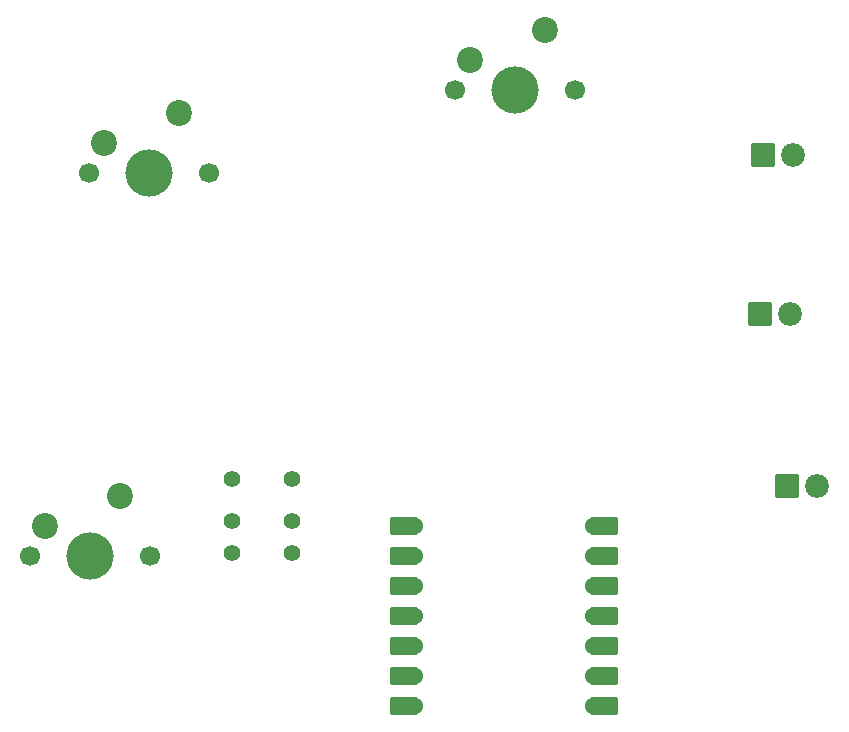
<source format=gbr>
%TF.GenerationSoftware,KiCad,Pcbnew,9.0.3*%
%TF.CreationDate,2025-07-19T14:34:47-07:00*%
%TF.ProjectId,Aurora,4175726f-7261-42e6-9b69-6361645f7063,rev?*%
%TF.SameCoordinates,Original*%
%TF.FileFunction,Soldermask,Top*%
%TF.FilePolarity,Negative*%
%FSLAX46Y46*%
G04 Gerber Fmt 4.6, Leading zero omitted, Abs format (unit mm)*
G04 Created by KiCad (PCBNEW 9.0.3) date 2025-07-19 14:34:47*
%MOMM*%
%LPD*%
G01*
G04 APERTURE LIST*
G04 Aperture macros list*
%AMRoundRect*
0 Rectangle with rounded corners*
0 $1 Rounding radius*
0 $2 $3 $4 $5 $6 $7 $8 $9 X,Y pos of 4 corners*
0 Add a 4 corners polygon primitive as box body*
4,1,4,$2,$3,$4,$5,$6,$7,$8,$9,$2,$3,0*
0 Add four circle primitives for the rounded corners*
1,1,$1+$1,$2,$3*
1,1,$1+$1,$4,$5*
1,1,$1+$1,$6,$7*
1,1,$1+$1,$8,$9*
0 Add four rect primitives between the rounded corners*
20,1,$1+$1,$2,$3,$4,$5,0*
20,1,$1+$1,$4,$5,$6,$7,0*
20,1,$1+$1,$6,$7,$8,$9,0*
20,1,$1+$1,$8,$9,$2,$3,0*%
G04 Aperture macros list end*
%ADD10RoundRect,0.152400X-1.063600X-0.609600X1.063600X-0.609600X1.063600X0.609600X-1.063600X0.609600X0*%
%ADD11C,1.524000*%
%ADD12RoundRect,0.152400X1.063600X0.609600X-1.063600X0.609600X-1.063600X-0.609600X1.063600X-0.609600X0*%
%ADD13C,1.700000*%
%ADD14C,4.000000*%
%ADD15C,2.200000*%
%ADD16C,1.400000*%
%ADD17RoundRect,0.102000X-0.907500X-0.907500X0.907500X-0.907500X0.907500X0.907500X-0.907500X0.907500X0*%
%ADD18C,2.019000*%
G04 APERTURE END LIST*
D10*
%TO.C,U1*%
X161955000Y-62380000D03*
D11*
X161120000Y-62380000D03*
D10*
X161955000Y-64920000D03*
D11*
X161120000Y-64920000D03*
D10*
X161955000Y-67460000D03*
D11*
X161120000Y-67460000D03*
D10*
X161955000Y-70000000D03*
D11*
X161120000Y-70000000D03*
D10*
X161955000Y-72540000D03*
D11*
X161120000Y-72540000D03*
D10*
X161955000Y-75080000D03*
D11*
X161120000Y-75080000D03*
D10*
X161955000Y-77620000D03*
D11*
X161120000Y-77620000D03*
X145880000Y-77620000D03*
D12*
X145045000Y-77620000D03*
D11*
X145880000Y-75080000D03*
D12*
X145045000Y-75080000D03*
D11*
X145880000Y-72540000D03*
D12*
X145045000Y-72540000D03*
D11*
X145880000Y-70000000D03*
D12*
X145045000Y-70000000D03*
D11*
X145880000Y-67460000D03*
D12*
X145045000Y-67460000D03*
D11*
X145880000Y-64920000D03*
D12*
X145045000Y-64920000D03*
D11*
X145880000Y-62380000D03*
D12*
X145045000Y-62380000D03*
%TD*%
D13*
%TO.C,SW3*%
X113420000Y-65000000D03*
D14*
X118500000Y-65000000D03*
D13*
X123580000Y-65000000D03*
D15*
X121040000Y-59920000D03*
X114690000Y-62460000D03*
%TD*%
D13*
%TO.C,SW2*%
X118420000Y-32500000D03*
D14*
X123500000Y-32500000D03*
D13*
X128580000Y-32500000D03*
D15*
X126040000Y-27420000D03*
X119690000Y-29960000D03*
%TD*%
D13*
%TO.C,SW1*%
X149420000Y-25500000D03*
D14*
X154500000Y-25500000D03*
D13*
X159580000Y-25500000D03*
D15*
X157040000Y-20420000D03*
X150690000Y-22960000D03*
%TD*%
D16*
%TO.C,R3*%
X130465000Y-64702235D03*
X135545000Y-64702235D03*
%TD*%
%TO.C,R2*%
X130460000Y-62000000D03*
X135540000Y-62000000D03*
%TD*%
%TO.C,R1*%
X130465000Y-58402235D03*
X135545000Y-58402235D03*
%TD*%
D17*
%TO.C,D3*%
X177460000Y-59000000D03*
D18*
X180000000Y-59000000D03*
%TD*%
D17*
%TO.C,D2*%
X175230000Y-44500000D03*
D18*
X177770000Y-44500000D03*
%TD*%
D17*
%TO.C,D1*%
X175460000Y-31000000D03*
D18*
X178000000Y-31000000D03*
%TD*%
M02*

</source>
